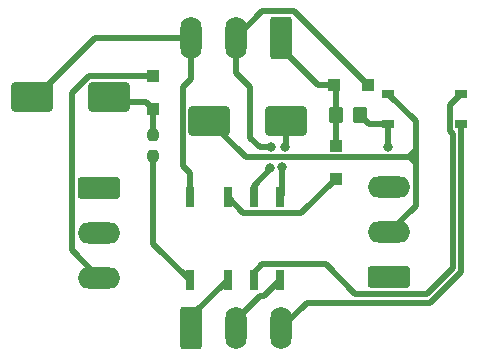
<source format=gbr>
%TF.GenerationSoftware,KiCad,Pcbnew,7.0.7*%
%TF.CreationDate,2023-09-11T13:21:53+02:00*%
%TF.ProjectId,MarklinBlock,4d61726b-6c69-46e4-926c-6f636b2e6b69,rev?*%
%TF.SameCoordinates,Original*%
%TF.FileFunction,Copper,L1,Top*%
%TF.FilePolarity,Positive*%
%FSLAX46Y46*%
G04 Gerber Fmt 4.6, Leading zero omitted, Abs format (unit mm)*
G04 Created by KiCad (PCBNEW 7.0.7) date 2023-09-11 13:21:53*
%MOMM*%
%LPD*%
G01*
G04 APERTURE LIST*
G04 Aperture macros list*
%AMRoundRect*
0 Rectangle with rounded corners*
0 $1 Rounding radius*
0 $2 $3 $4 $5 $6 $7 $8 $9 X,Y pos of 4 corners*
0 Add a 4 corners polygon primitive as box body*
4,1,4,$2,$3,$4,$5,$6,$7,$8,$9,$2,$3,0*
0 Add four circle primitives for the rounded corners*
1,1,$1+$1,$2,$3*
1,1,$1+$1,$4,$5*
1,1,$1+$1,$6,$7*
1,1,$1+$1,$8,$9*
0 Add four rect primitives between the rounded corners*
20,1,$1+$1,$2,$3,$4,$5,0*
20,1,$1+$1,$4,$5,$6,$7,0*
20,1,$1+$1,$6,$7,$8,$9,0*
20,1,$1+$1,$8,$9,$2,$3,0*%
G04 Aperture macros list end*
%TA.AperFunction,SMDPad,CuDef*%
%ADD10RoundRect,0.250000X1.500000X1.000000X-1.500000X1.000000X-1.500000X-1.000000X1.500000X-1.000000X0*%
%TD*%
%TA.AperFunction,SMDPad,CuDef*%
%ADD11RoundRect,0.237500X-0.237500X0.250000X-0.237500X-0.250000X0.237500X-0.250000X0.237500X0.250000X0*%
%TD*%
%TA.AperFunction,SMDPad,CuDef*%
%ADD12RoundRect,0.250000X0.350000X0.450000X-0.350000X0.450000X-0.350000X-0.450000X0.350000X-0.450000X0*%
%TD*%
%TA.AperFunction,SMDPad,CuDef*%
%ADD13RoundRect,0.250000X-1.500000X-1.000000X1.500000X-1.000000X1.500000X1.000000X-1.500000X1.000000X0*%
%TD*%
%TA.AperFunction,SMDPad,CuDef*%
%ADD14R,1.000000X0.800000*%
%TD*%
%TA.AperFunction,SMDPad,CuDef*%
%ADD15R,1.100000X1.100000*%
%TD*%
%TA.AperFunction,ComponentPad*%
%ADD16RoundRect,0.250000X-1.550000X0.650000X-1.550000X-0.650000X1.550000X-0.650000X1.550000X0.650000X0*%
%TD*%
%TA.AperFunction,ComponentPad*%
%ADD17O,3.600000X1.800000*%
%TD*%
%TA.AperFunction,ComponentPad*%
%ADD18RoundRect,0.250000X1.550000X-0.650000X1.550000X0.650000X-1.550000X0.650000X-1.550000X-0.650000X0*%
%TD*%
%TA.AperFunction,ComponentPad*%
%ADD19RoundRect,0.250000X0.650000X1.550000X-0.650000X1.550000X-0.650000X-1.550000X0.650000X-1.550000X0*%
%TD*%
%TA.AperFunction,ComponentPad*%
%ADD20O,1.800000X3.600000*%
%TD*%
%TA.AperFunction,SMDPad,CuDef*%
%ADD21R,0.800000X1.800000*%
%TD*%
%TA.AperFunction,ComponentPad*%
%ADD22RoundRect,0.250000X-0.650000X-1.550000X0.650000X-1.550000X0.650000X1.550000X-0.650000X1.550000X0*%
%TD*%
%TA.AperFunction,ViaPad*%
%ADD23C,0.800000*%
%TD*%
%TA.AperFunction,Conductor*%
%ADD24C,0.500000*%
%TD*%
G04 APERTURE END LIST*
D10*
%TO.P,C2,1*%
%TO.N,Net-(D4-K)*%
X129250000Y-129000000D03*
%TO.P,C2,2*%
%TO.N,/contact*%
X122750000Y-129000000D03*
%TD*%
D11*
%TO.P,R2,1*%
%TO.N,Net-(D4-K)*%
X133000000Y-132187500D03*
%TO.P,R2,2*%
%TO.N,Net-(K1-Pad1)*%
X133000000Y-134012500D03*
%TD*%
D12*
%TO.P,R1,1*%
%TO.N,/B*%
X150500000Y-130500000D03*
%TO.P,R1,2*%
%TO.N,/buffer*%
X148500000Y-130500000D03*
%TD*%
D13*
%TO.P,C1,1*%
%TO.N,/O*%
X137750000Y-131000000D03*
%TO.P,C1,2*%
%TO.N,Net-(C1-Pad2)*%
X144250000Y-131000000D03*
%TD*%
D14*
%TO.P,D3,1,+*%
%TO.N,Net-(D3-+)*%
X159075000Y-131270000D03*
%TO.P,D3,2,-*%
%TO.N,Net-(D3--)*%
X159075000Y-128730000D03*
%TO.P,D3,3*%
%TO.N,/O*%
X152925000Y-128730000D03*
%TO.P,D3,4*%
%TO.N,/B*%
X152925000Y-131270000D03*
%TD*%
D15*
%TO.P,D2,1,K*%
%TO.N,Net-(D2-K)*%
X148500000Y-135900000D03*
%TO.P,D2,2,A*%
%TO.N,/buffer*%
X148500000Y-133100000D03*
%TD*%
D16*
%TO.P,J4,1,Pin_1*%
%TO.N,/B*%
X128455000Y-136707000D03*
D17*
%TO.P,J4,2,Pin_2*%
%TO.N,/O*%
X128455000Y-140517000D03*
%TO.P,J4,3,Pin_3*%
%TO.N,/L*%
X128455000Y-144327000D03*
%TD*%
D18*
%TO.P,J3,1,Pin_1*%
%TO.N,/L*%
X153000000Y-144255000D03*
D17*
%TO.P,J3,2,Pin_2*%
%TO.N,/O*%
X153000000Y-140445000D03*
%TO.P,J3,3,Pin_3*%
%TO.N,/B*%
X153000000Y-136635000D03*
%TD*%
D19*
%TO.P,J2,1,Pin_1*%
%TO.N,/buffer*%
X143810000Y-124000000D03*
D20*
%TO.P,J2,2,Pin_2*%
%TO.N,/break*%
X140000000Y-124000000D03*
%TO.P,J2,3,Pin_3*%
%TO.N,/contact*%
X136190000Y-124000000D03*
%TD*%
D21*
%TO.P,K1,1*%
%TO.N,Net-(K1-Pad1)*%
X136100000Y-144500000D03*
%TO.P,K1,2*%
%TO.N,/green*%
X139300000Y-144500000D03*
%TO.P,K1,3*%
%TO.N,Net-(D3--)*%
X141500000Y-144500000D03*
%TO.P,K1,4*%
%TO.N,/red*%
X143700000Y-144500000D03*
%TO.P,K1,5*%
%TO.N,Net-(C1-Pad2)*%
X143700000Y-137500000D03*
%TO.P,K1,6*%
%TO.N,/break*%
X141500000Y-137500000D03*
%TO.P,K1,7*%
%TO.N,Net-(D2-K)*%
X139300000Y-137500000D03*
%TO.P,K1,8*%
%TO.N,/contact*%
X136100000Y-137500000D03*
%TD*%
D15*
%TO.P,D1,1,K*%
%TO.N,/buffer*%
X148354000Y-128000000D03*
%TO.P,D1,2,A*%
%TO.N,/break*%
X151154000Y-128000000D03*
%TD*%
%TO.P,D4,1,K*%
%TO.N,Net-(D4-K)*%
X133000000Y-130000000D03*
%TO.P,D4,2,A*%
%TO.N,/L*%
X133000000Y-127200000D03*
%TD*%
D22*
%TO.P,J1,1,Pin_1*%
%TO.N,/green*%
X136245000Y-148567500D03*
D20*
%TO.P,J1,2,Pin_2*%
%TO.N,/red*%
X140055000Y-148567500D03*
%TO.P,J1,3,Pin_3*%
%TO.N,Net-(D3-+)*%
X143865000Y-148567500D03*
%TD*%
D23*
%TO.N,/B*%
X152908000Y-133223000D03*
%TO.N,/break*%
X142875000Y-135001000D03*
X143002000Y-133250500D03*
%TO.N,Net-(C1-Pad2)*%
X143891000Y-134949500D03*
X144145000Y-133223000D03*
%TD*%
D24*
%TO.N,/contact*%
X136100000Y-135424000D02*
X135550000Y-134874000D01*
X136100000Y-137500000D02*
X136100000Y-135424000D01*
X135550000Y-134874000D02*
X135550000Y-128143000D01*
X136190000Y-127503000D02*
X135550000Y-128143000D01*
X136190000Y-124000000D02*
X136190000Y-127503000D01*
%TO.N,/B*%
X152908000Y-133223000D02*
X152908000Y-131287000D01*
X152908000Y-131287000D02*
X152925000Y-131270000D01*
%TO.N,Net-(D3--)*%
X141500000Y-143869000D02*
X141500000Y-144500000D01*
X142219000Y-143150000D02*
X141500000Y-143869000D01*
X147595000Y-143150000D02*
X142219000Y-143150000D01*
X158375000Y-143504000D02*
X156210000Y-145669000D01*
X150114000Y-145669000D02*
X147595000Y-143150000D01*
X156210000Y-145669000D02*
X150114000Y-145669000D01*
X158125000Y-131870000D02*
X158375000Y-132120000D01*
X158125000Y-129680000D02*
X158125000Y-131870000D01*
X159075000Y-128730000D02*
X158125000Y-129680000D01*
X158375000Y-132120000D02*
X158375000Y-143504000D01*
%TO.N,Net-(D3-+)*%
X159075000Y-143793950D02*
X159075000Y-131270000D01*
X146001500Y-146431000D02*
X156437950Y-146431000D01*
X143865000Y-148567500D02*
X146001500Y-146431000D01*
X156437950Y-146431000D02*
X159075000Y-143793950D01*
%TO.N,/red*%
X142059000Y-145850000D02*
X142350000Y-145850000D01*
X142350000Y-145850000D02*
X143700000Y-144500000D01*
X140055000Y-147854000D02*
X142059000Y-145850000D01*
X140055000Y-148567500D02*
X140055000Y-147854000D01*
%TO.N,/green*%
X136245000Y-147555000D02*
X139300000Y-144500000D01*
X136245000Y-148567500D02*
X136245000Y-147555000D01*
%TO.N,/L*%
X126111000Y-141983000D02*
X128455000Y-144327000D01*
X127560051Y-127200000D02*
X126111000Y-128649051D01*
X126111000Y-128649051D02*
X126111000Y-141983000D01*
X133000000Y-127200000D02*
X127560051Y-127200000D01*
%TO.N,Net-(D4-K)*%
X133000000Y-130000000D02*
X132413000Y-129413000D01*
X132413000Y-129413000D02*
X129663000Y-129413000D01*
X129663000Y-129413000D02*
X129250000Y-129000000D01*
X133000000Y-132187500D02*
X133000000Y-130000000D01*
%TO.N,Net-(K1-Pad1)*%
X133000000Y-141400000D02*
X133000000Y-134012500D01*
X136100000Y-144500000D02*
X133000000Y-141400000D01*
%TO.N,Net-(D2-K)*%
X145550000Y-138850000D02*
X148500000Y-135900000D01*
X140650000Y-138850000D02*
X145550000Y-138850000D01*
X139300000Y-137500000D02*
X140650000Y-138850000D01*
%TO.N,/break*%
X142013500Y-133250500D02*
X143002000Y-133250500D01*
X141224000Y-132461000D02*
X142013500Y-133250500D01*
X141224000Y-128143000D02*
X141224000Y-132461000D01*
X140000000Y-126919000D02*
X141224000Y-128143000D01*
X140000000Y-124000000D02*
X140000000Y-126919000D01*
X141500000Y-136503000D02*
X143002000Y-135001000D01*
X141500000Y-137500000D02*
X141500000Y-136503000D01*
%TO.N,Net-(C1-Pad2)*%
X143891000Y-134949500D02*
X143891000Y-137309000D01*
X144250000Y-133118000D02*
X144145000Y-133223000D01*
X143891000Y-137309000D02*
X143700000Y-137500000D01*
X144250000Y-131000000D02*
X144250000Y-133118000D01*
%TO.N,/break*%
X142250000Y-121750000D02*
X144904000Y-121750000D01*
X140000000Y-124000000D02*
X142250000Y-121750000D01*
X144904000Y-121750000D02*
X151154000Y-128000000D01*
%TO.N,/contact*%
X128095000Y-124000000D02*
X136190000Y-124000000D01*
X122750000Y-129000000D02*
X123095000Y-129000000D01*
X123095000Y-129000000D02*
X128095000Y-124000000D01*
%TO.N,/O*%
X154730000Y-134100000D02*
X155250000Y-134620000D01*
X154650000Y-134100000D02*
X154730000Y-134100000D01*
X155250000Y-134620000D02*
X155250000Y-138195000D01*
X155250000Y-133500000D02*
X155250000Y-134620000D01*
X154650000Y-134100000D02*
X155250000Y-133500000D01*
X137750000Y-131000000D02*
X140850000Y-134100000D01*
X140850000Y-134100000D02*
X154650000Y-134100000D01*
X155250000Y-131055000D02*
X155250000Y-133500000D01*
%TO.N,/buffer*%
X148500000Y-133100000D02*
X148500000Y-130500000D01*
%TO.N,/O*%
X155250000Y-138195000D02*
X153000000Y-140445000D01*
X152925000Y-128730000D02*
X155250000Y-131055000D01*
%TO.N,/B*%
X151270000Y-131270000D02*
X150500000Y-130500000D01*
X152925000Y-131270000D02*
X151270000Y-131270000D01*
%TO.N,/buffer*%
X148500000Y-128146000D02*
X148354000Y-128000000D01*
X148500000Y-130500000D02*
X148500000Y-128146000D01*
X143810000Y-124810000D02*
X147000000Y-128000000D01*
X147000000Y-128000000D02*
X148354000Y-128000000D01*
X143810000Y-124000000D02*
X143810000Y-124810000D01*
%TD*%
M02*

</source>
